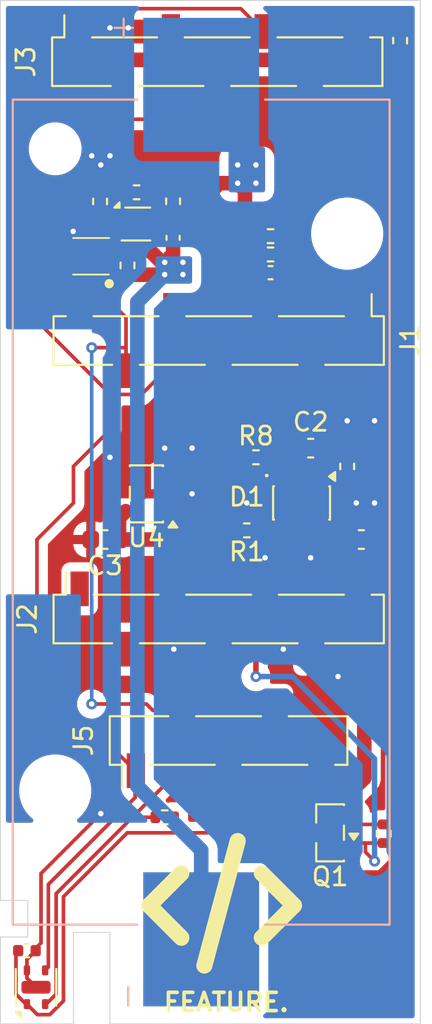
<source format=kicad_pcb>
(kicad_pcb (version 20241229) (generator "pcbnew") (generator_version "9.0")
  (layers (0 "F.Cu" signal) (2 "B.Cu" signal) (13 "F.Paste" user) (15 "B.Paste" user) (5 "F.SilkS" user "F.Silkscreen") (7 "B.SilkS" user "B.Silkscreen") (1 "F.Mask" user) (3 "B.Mask" user) (25 "Edge.Cuts" user))
  (net 0 "")
  (net 1 "GND")
  (net 2 "Net-(J1-Pin_2)")
  (net 3 "Net-(J1-Pin_7)")
  (net 4 "SCL")
  (net 5 "Net-(J1-Pin_4)")
  (net 6 "Net-(J1-Pin_1)")
  (net 7 "SDA")
  (net 8 "BATT_SENSE")
  (net 9 "Net-(J2-Pin_4)")
  (net 10 "Net-(J2-Pin_1)")
  (net 11 "Net-(J2-Pin_2)")
  (net 12 "Net-(J2-Pin_3)")
  (net 14 "VUSB")
  (net 15 "3V3")
  (net 16 "Net-(U5-BAT)")
  (net 17 "Net-(D1-K)")
  (net 18 "3V_SW")
  (net 19 "Net-(U2-ISET)")
  (net 20 "Net-(U2-TS)")
  (net 21 "Net-(U5-V-)")
  (net 22 "Net-(D1-A)")
  (net 23 "Net-(U5-Dout)")
  (net 24 "Net-(U5-Cout)")
  (net 26 "MOSFET_DRAIN")
  (net 27 "BAT+")
  (net 28 "BAT-")
  (footprint "Library:LED_0402_1005Metric" (layer "F.Cu") (at 137.5 81.5 180)
    (property "Reference" "D1" (at 0 -1.17 0) (layer "F.SilkS"))
    (property "Value" "LED")
    (pad "1" smd roundrect (at -0.485 0 180) (size 0.59 0.64) (layers "F.Cu" "F.Mask" "F.Paste") (net 17 "Net-(D1-K)"))
    (pad "2" smd roundrect (at 0.485 0 180) (size 0.59 0.64) (layers "F.Cu" "F.Mask" "F.Paste") (net 22 "Net-(D1-A)"))
  )
  (footprint "Library:R_0402_1005Metric" (layer "F.Cu") (at 133.46 66.49 90)
    (property "Reference" "R4" (hide yes))
    (property "Value" "330" (hide yes))
    (pad "1" smd roundrect (at -0.51 0 90) (size 0.54 0.64) (layers "F.Cu" "F.Mask" "F.Paste") (net 16 "Net-(U5-BAT)"))
    (pad "2" smd roundrect (at 0.51 0 90) (size 0.54 0.64) (layers "F.Cu" "F.Mask" "F.Paste") (net 27 "BAT+"))
  )
  (footprint "Library:PinSocket_1x07_P2.54mm_Vertical_SMD_Pin1Right" (layer "F.Cu") (at 135.96 89.35 90)
    (property "Reference" "J2" (at 0 -10.49 90) (layer "F.SilkS"))
    (property "Value" "Lower MCU Socket")
    (pad "1" smd rect (at 1.65 -7.62 90) (size 1.9 1) (layers "F.Cu" "F.Mask" "F.Paste") (net 10 "Net-(J2-Pin_1)"))
    (pad "2" smd rect (at -1.65 -5.08 90) (size 1.9 1) (layers "F.Cu" "F.Mask" "F.Paste") (net 11 "Net-(J2-Pin_2)"))
    (pad "3" smd rect (at 1.65 -2.54 90) (size 1.9 1) (layers "F.Cu" "F.Mask" "F.Paste") (net 12 "Net-(J2-Pin_3)"))
    (pad "4" smd rect (at -1.65 0 90) (size 1.9 1) (layers "F.Cu" "F.Mask" "F.Paste") (net 9 "Net-(J2-Pin_4)"))
    (pad "5" smd rect (at 1.65 2.54 90) (size 1.9 1) (layers "F.Cu" "F.Mask" "F.Paste") (net 15 "3V3"))
    (pad "6" smd rect (at -1.65 5.08 90) (size 1.9 1) (layers "F.Cu" "F.Mask" "F.Paste") (net 1 "GND"))
    (pad "7" smd rect (at 1.65 7.62 90) (size 1.9 1) (layers "F.Cu" "F.Mask" "F.Paste") (net 14 "VUSB"))
  )
  (footprint "Library:SOT-23-6" (layer "F.Cu") (at 140.5 83 -90)
    (property "Reference" "U2" (hide yes))
    (property "Value" "BQ21040DBV")
    (pad "1" smd roundrect (at -1.1375 -0.95 270) (size 1.325 0.6) (layers "F.Cu" "F.Mask" "F.Paste") (net 20 "Net-(U2-TS)"))
    (pad "2" smd roundrect (at -1.1375 0 270) (size 1.325 0.6) (layers "F.Cu" "F.Mask" "F.Paste") (net 27 "BAT+"))
    (pad "3" smd roundrect (at -1.1375 0.95 270) (size 1.325 0.6) (layers "F.Cu" "F.Mask" "F.Paste") (net 17 "Net-(D1-K)"))
    (pad "4" smd roundrect (at 1.1375 0.95 270) (size 1.325 0.6) (layers "F.Cu" "F.Mask" "F.Paste") (net 19 "Net-(U2-ISET)"))
    (pad "5" smd roundrect (at 1.1375 0 270) (size 1.325 0.6) (layers "F.Cu" "F.Mask" "F.Paste") (net 1 "GND"))
    (pad "6" smd roundrect (at 1.1375 -0.95 270) (size 1.325 0.6) (layers "F.Cu" "F.Mask" "F.Paste") (net 14 "VUSB"))
  )
  (footprint "Library:WSON-6_1.5x1.5mm_P0.5mm" (layer "F.Cu") (at 131.425 67.735)
    (property "Reference" "U5" (hide yes))
    (property "Value" "BQ29700" (hide yes))
    (pad "1" smd roundrect (at -0.525 -0.5 270) (size 0.28 0.85) (layers "F.Cu" "F.Mask" "F.Paste"))
    (pad "2" smd roundrect (at -0.575 0 270) (size 0.28 0.75) (layers "F.Cu" "F.Mask" "F.Paste") (net 24 "Net-(U5-Cout)"))
    (pad "3" smd roundrect (at -0.575 0.5 270) (size 0.28 0.75) (layers "F.Cu" "F.Mask" "F.Paste") (net 23 "Net-(U5-Dout)"))
    (pad "4" smd roundrect (at 0.575 0.5 270) (size 0.28 0.75) (layers "F.Cu" "F.Mask" "F.Paste") (net 28 "BAT-"))
    (pad "5" smd roundrect (at 0.575 0 270) (size 0.28 0.75) (layers "F.Cu" "F.Mask" "F.Paste") (net 16 "Net-(U5-BAT)"))
    (pad "6" smd roundrect (at 0.575 -0.5 270) (size 0.28 0.75) (layers "F.Cu" "F.Mask" "F.Paste") (net 21 "Net-(U5-V-)"))
  )
  (footprint "Library:R_0402_1005Metric" (layer "F.Cu") (at 130.96 70 90)
    (property "Reference" "R6" (hide yes))
    (property "Value" "5.1M" (hide yes))
    (pad "1" smd roundrect (at -0.51 0 90) (size 0.54 0.64) (layers "F.Cu" "F.Mask" "F.Paste") (net 28 "BAT-"))
    (pad "2" smd roundrect (at 0.51 0 90) (size 0.54 0.64) (layers "F.Cu" "F.Mask" "F.Paste") (net 23 "Net-(U5-Dout)"))
  )
  (footprint "Library:C_0603_1608Metric" (layer "F.Cu") (at 141 80)
    (property "Reference" "C2" (at 0 -1.43 0) (layer "F.SilkS"))
    (property "Value" "2.2uF@16v")
    (pad "1" smd roundrect (at -0.775 0) (size 0.9 0.95) (layers "F.Cu" "F.Mask" "F.Paste") (net 27 "BAT+"))
    (pad "2" smd roundrect (at 0.775 0) (size 0.9 0.95) (layers "F.Cu" "F.Mask" "F.Paste") (net 1 "GND"))
  )
  (footprint "Library:R_0402_1005Metric" (layer "F.Cu") (at 131.46 66 180)
    (property "Reference" "R3" (hide yes))
    (property "Value" "2.2k" (hide yes))
    (pad "1" smd roundrect (at -0.51 0 180) (size 0.54 0.64) (layers "F.Cu" "F.Mask" "F.Paste") (net 21 "Net-(U5-V-)"))
    (pad "2" smd roundrect (at 0.51 0 180) (size 0.54 0.64) (layers "F.Cu" "F.Mask" "F.Paste") (net 1 "GND"))
  )
  (footprint "Library:SOT-23" (layer "F.Cu") (at 142.0625 101.05 180)
    (property "Reference" "Q1" (at 0 -2.4 0) (layer "F.SilkS"))
    (property "Value" "AO3401A" (hide yes))
    (pad "1" smd roundrect (at -0.9375 -0.95 180) (size 1.475 0.6) (layers "F.Cu" "F.Mask" "F.Paste") (net 9 "Net-(J2-Pin_4)"))
    (pad "2" smd roundrect (at -0.9375 0.95 180) (size 1.475 0.6) (layers "F.Cu" "F.Mask" "F.Paste") (net 15 "3V3"))
    (pad "3" smd roundrect (at 0.9375 0 180) (size 1.475 0.6) (layers "F.Cu" "F.Mask" "F.Paste") (net 18 "3V_SW"))
  )
  (footprint "Library:C_0402_1005Metric" (layer "F.Cu") (at 125.45 107.5)
    (property "Reference" "C5" (hide yes))
    (property "Value" "100nF@16v" (hide yes))
    (pad "1" smd roundrect (at -0.48 0) (size 0.56 0.62) (layers "F.Cu" "F.Mask" "F.Paste") (net 18 "3V_SW"))
    (pad "2" smd roundrect (at 0.48 0) (size 0.56 0.62) (layers "F.Cu" "F.Mask" "F.Paste") (net 1 "GND"))
  )
  (footprint "Library:R_0402_1005Metric" (layer "F.Cu") (at 138.8 69.4)
    (property "Reference" "R12" (hide yes))
    (property "Value" "5.1M" (hide yes))
    (pad "1" smd roundrect (at -0.51 0) (size 0.54 0.64) (layers "F.Cu" "F.Mask" "F.Paste") (net 27 "BAT+"))
    (pad "2" smd roundrect (at 0.51 0) (size 0.54 0.64) (layers "F.Cu" "F.Mask" "F.Paste") (net 8 "BATT_SENSE"))
  )
  (footprint "Library:PinSocket_1x05_P2.54mm_Vertical_SMD_Pin1Left" (layer "F.Cu") (at 136.5 96 90)
    (property "Reference" "J5" (at 0 -7.95 90) (layer "F.SilkS"))
    (property "Value" "5-pin Socket")
    (pad "1" smd rect (at -1.65 -5.08 90) (size 1.9 1) (layers "F.Cu" "F.Mask" "F.Paste") (net 7 "SDA"))
    (pad "2" smd rect (at 1.65 -2.54 90) (size 1.9 1) (layers "F.Cu" "F.Mask" "F.Paste") (net 4 "SCL"))
    (pad "3" smd rect (at -1.65 0 90) (size 1.9 1) (layers "F.Cu" "F.Mask" "F.Paste") (net 1 "GND"))
    (pad "4" smd rect (at 1.65 2.54 90) (size 1.9 1) (layers "F.Cu" "F.Mask" "F.Paste"))
    (pad "5" smd rect (at -1.65 5.08 90) (size 1.9 1) (layers "F.Cu" "F.Mask" "F.Paste") (net 18 "3V_SW"))
  )
  (footprint "Library:PinSocket_1x07_P2.54mm_Vertical_SMD_Pin1Right" (layer "F.Cu") (at 135.88 58.85 90)
    (property "Reference" "J3" (at 0 -10.49 90) (layer "F.SilkS"))
    (property "Value" "Sensor Socket" (hide yes))
    (pad "1" smd rect (at 1.65 -7.62 90) (size 1.9 1) (layers "F.Cu" "F.Mask" "F.Paste") (net 18 "3V_SW"))
    (pad "2" smd rect (at -1.65 -5.08 90) (size 1.9 1) (layers "F.Cu" "F.Mask" "F.Paste"))
    (pad "3" smd rect (at 1.65 -2.54 90) (size 1.9 1) (layers "F.Cu" "F.Mask" "F.Paste") (net 1 "GND"))
    (pad "4" smd rect (at -1.65 0 90) (size 1.9 1) (layers "F.Cu" "F.Mask" "F.Paste") (net 4 "SCL"))
    (pad "5" smd rect (at 1.65 2.54 90) (size 1.9 1) (layers "F.Cu" "F.Mask" "F.Paste") (net 7 "SDA"))
    (pad "6" smd rect (at -1.65 5.08 90) (size 1.9 1) (layers "F.Cu" "F.Mask" "F.Paste"))
    (pad "7" smd rect (at 1.65 7.62 90) (size 1.9 1) (layers "F.Cu" "F.Mask" "F.Paste"))
  )
  (footprint "Library:R_0402_1005Metric" (layer "F.Cu") (at 138 80.5)
    (property "Reference" "R8" (at 0 -1.17 0) (layer "F.SilkS"))
    (property "Value" "2.2k")
    (pad "1" smd roundrect (at -0.51 0) (size 0.54 0.64) (layers "F.Cu" "F.Mask" "F.Paste") (net 22 "Net-(D1-A)"))
    (pad "2" smd roundrect (at 0.51 0) (size 0.54 0.64) (layers "F.Cu" "F.Mask" "F.Paste") (net 27 "BAT+"))
  )
  (footprint "Library:C_0402_1005Metric" (layer "F.Cu") (at 133.46 68.49 -90)
    (property "Reference" "C4" (hide yes))
    (property "Value" "100nF@16v" (hide yes))
    (pad "1" smd roundrect (at -0.48 0 270) (size 0.56 0.62) (layers "F.Cu" "F.Mask" "F.Paste") (net 16 "Net-(U5-BAT)"))
    (pad "2" smd roundrect (at 0.48 0 270) (size 0.56 0.62) (layers "F.Cu" "F.Mask" "F.Paste") (net 28 "BAT-"))
  )
  (footprint "Library:R_0402_1005Metric" (layer "F.Cu") (at 145 101.1 90)
    (property "Reference" "R7" (hide yes))
    (property "Value" "100k")
    (pad "1" smd roundrect (at -0.51 0 90) (size 0.54 0.64) (layers "F.Cu" "F.Mask" "F.Paste") (net 9 "Net-(J2-Pin_4)"))
    (pad "2" smd roundrect (at 0.51 0 90) (size 0.54 0.64) (layers "F.Cu" "F.Mask" "F.Paste") (net 15 "3V3"))
  )
  (footprint "Library:PinSocket_1x07_P2.54mm_Vertical_SMD_Pin1Left" (layer "F.Cu") (at 135.96 74.11 -90)
    (property "Reference" "J1" (at 0 -10.49 90) (layer "F.SilkS"))
    (property "Value" "Upper MCU Socket")
    (pad "1" smd rect (at -1.65 -7.62 270) (size 1.9 1) (layers "F.Cu" "F.Mask" "F.Paste") (net 6 "Net-(J1-Pin_1)"))
    (pad "2" smd rect (at 1.65 -5.08 270) (size 1.9 1) (layers "F.Cu" "F.Mask" "F.Paste") (net 2 "Net-(J1-Pin_2)"))
    (pad "3" smd rect (at -1.65 -2.54 270) (size 1.9 1) (layers "F.Cu" "F.Mask" "F.Paste") (net 8 "BATT_SENSE"))
    (pad "4" smd rect (at 1.65 0 270) (size 1.9 1) (layers "F.Cu" "F.Mask" "F.Paste") (net 5 "Net-(J1-Pin_4)"))
    (pad "5" smd rect (at -1.65 2.54 270) (size 1.9 1) (layers "F.Cu" "F.Mask" "F.Paste") (net 7 "SDA"))
    (pad "6" smd rect (at 1.65 5.08 270) (size 1.9 1) (layers "F.Cu" "F.Mask" "F.Paste") (net 4 "SCL"))
    (pad "7" smd rect (at -1.65 7.62 270) (size 1.9 1) (layers "F.Cu" "F.Mask" "F.Paste") (net 3 "Net-(J1-Pin_7)"))
  )
  (footprint "Library:C_0603_1608Metric" (layer "F.Cu") (at 143.775 85)
    (property "Reference" "C1" (hide yes))
    (property "Value" "2.2uF@16v")
    (pad "1" smd roundrect (at -0.775 0) (size 0.9 0.95) (layers "F.Cu" "F.Mask" "F.Paste") (net 14 "VUSB"))
    (pad "2" smd roundrect (at 0.775 0) (size 0.9 0.95) (layers "F.Cu" "F.Mask" "F.Paste") (net 1 "GND"))
  )
  (footprint "Library:C_0402_1005Metric" (layer "F.Cu") (at 138.8 70.4)
    (property "Reference" "C6" (hide yes))
    (property "Value" "100nF@16v" (hide yes))
    (pad "1" smd roundrect (at -0.48 0) (size 0.56 0.62) (layers "F.Cu" "F.Mask" "F.Paste") (net 8 "BATT_SENSE"))
    (pad "2" smd roundrect (at 0.48 0) (size 0.56 0.62) (layers "F.Cu" "F.Mask" "F.Paste") (net 1 "GND"))
  )
  (footprint "Library:C_0603_1608Metric" (layer "F.Cu") (at 129.725 85 180)
    (property "Reference" "C3" (at 0 -1.43 0) (layer "F.SilkS"))
    (property "Value" "2.2uF@16v")
    (pad "1" smd roundrect (at -0.775 0 180) (size 0.9 0.95) (layers "F.Cu" "F.Mask" "F.Paste") (net 15 "3V3"))
    (pad "2" smd roundrect (at 0.775 0 180) (size 0.9 0.95) (layers "F.Cu" "F.Mask" "F.Paste") (net 1 "GND"))
  )
  (footprint "Library:CSD85301Q2" (layer "F.Cu") (at 128.96 69.5 180)
    (property "Reference" "U6" (hide yes))
    (property "Value" "CSD85301Q2" (hide yes))
    (pad "1" smd rect (at -0.975 -0.65 180) (size 0.45 0.3) (layers "F.Cu" "F.Mask" "F.Paste") (net 28 "BAT-"))
    (pad "2" smd rect (at -0.975 0 180) (size 0.45 0.3) (layers "F.Cu" "F.Mask" "F.Paste") (net 23 "Net-(U5-Dout)"))
    (pad "3" smd rect (at -0.975 0.65 180) (size 0.45 0.3) (layers "F.Cu" "F.Mask" "F.Paste") (net 26 "MOSFET_DRAIN"))
    (pad "4" smd rect (at 0.975 0.65 180) (size 0.45 0.3) (layers "F.Cu" "F.Mask" "F.Paste") (net 1 "GND"))
    (pad "5" smd rect (at 0.975 0 180) (size 0.45 0.3) (layers "F.Cu" "F.Mask" "F.Paste") (net 24 "Net-(U5-Cout)"))
    (pad "6" smd rect (at 0.975 -0.65 180) (size 0.45 0.3) (layers "F.Cu" "F.Mask" "F.Paste") (net 26 "MOSFET_DRAIN"))
    (pad "7" smd rect (at 0 -0.488 180) (size 0.9 0.625) (layers "F.Cu" "F.Mask" "F.Paste") (net 26 "MOSFET_DRAIN"))
    (pad "8" smd rect (at 0 0.488 180) (size 0.9 0.625) (layers "F.Cu" "F.Mask" "F.Paste") (net 26 "MOSFET_DRAIN"))
  )
  (footprint "Library:R_0402_1005Metric" (layer "F.Cu") (at 138.8 68.4)
    (property "Reference" "R11" (hide yes))
    (property "Value" "5.1M" (hide yes))
    (pad "1" smd roundrect (at -0.51 0) (size 0.54 0.64) (layers "F.Cu" "F.Mask" "F.Paste") (net 8 "BATT_SENSE"))
    (pad "2" smd roundrect (at 0.51 0) (size 0.54 0.64) (layers "F.Cu" "F.Mask" "F.Paste") (net 1 "GND"))
  )
  (footprint "Library:R_0402_1005Metric" (layer "F.Cu") (at 133 100.2)
    (property "Reference" "R9" (hide yes))
    (property "Value" "10k" (hide yes))
    (pad "1" smd roundrect (at -0.51 0) (size 0.54 0.64) (layers "F.Cu" "F.Mask" "F.Paste") (net 4 "SCL"))
    (pad "2" smd roundrect (at 0.51 0) (size 0.54 0.64) (layers "F.Cu" "F.Mask" "F.Paste") (net 18 "3V_SW"))
  )
  (footprint "Library:SOT-23-5" (layer "F.Cu") (at 132 82.5 180)
    (property "Reference" "U4" (at 0 -2.4 0) (layer "F.SilkS"))
    (property "Value" "TPS7A0533PDBV")
    (pad "1" smd roundrect (at -1.1375 -0.95 180) (size 1.325 0.6) (layers "F.Cu" "F.Mask" "F.Paste") (net 27 "BAT+"))
    (pad "2" smd roundrect (at -1.1375 0 180) (size 1.325 0.6) (layers "F.Cu" "F.Mask" "F.Paste") (net 1 "GND"))
    (pad "3" smd roundrect (at -1.1375 0.95 180) (size 1.325 0.6) (layers "F.Cu" "F.Mask" "F.Paste") (net 27 "BAT+"))
    (pad "4" smd roundrect (at 1.1375 0.95 180) (size 1.325 0.6) (layers "F.Cu" "F.Mask" "F.Paste") (net 1 "GND"))
    (pad "5" smd roundrect (at 1.1375 -0.95 180) (size 1.325 0.6) (layers "F.Cu" "F.Mask" "F.Paste") (net 15 "3V3"))
  )
  (footprint "Library:R_0402_1005Metric" (layer "F.Cu") (at 137.5 84.5 180)
    (property "Reference" "R1" (at 0 -1.17 0) (layer "F.SilkS"))
    (property "Value" "1.2k")
    (pad "1" smd roundrect (at -0.51 0 180) (size 0.54 0.64) (layers "F.Cu" "F.Mask" "F.Paste") (net 19 "Net-(U2-ISET)"))
    (pad "2" smd roundrect (at 0.51 0 180) (size 0.54 0.64) (layers "F.Cu" "F.Mask" "F.Paste") (net 1 "GND"))
  )
  (footprint "Library:Sensirion_DFN-4-1EP_2x2mm_P1mm_EP0.7x1.6mm" (layer "F.Cu") (at 125.95 109.5 90)
    (property "Reference" "U7" (hide yes))
    (property "Value" "SHTC3" (hide yes))
    (pad "1" smd roundrect (at -0.925 -0.5 90) (size 0.55 0.35) (layers "F.Cu" "F.Mask") (net 18 "3V_SW"))
    (pad "2" smd roundrect (at -0.925 0.5 90) (size 0.55 0.35) (layers "F.Cu" "F.Mask") (net 4 "SCL"))
    (pad "3" smd roundrect (at 0.925 0.5 90) (size 0.55 0.35) (layers "F.Cu" "F.Mask") (net 7 "SDA"))
    (pad "4" smd roundrect (at 0.925 -0.5 90) (size 0.55 0.35) (layers "F.Cu" "F.Mask") (net 1 "GND"))
    (pad "5" smd roundrect (at 0 0 90) (size 0.7 1.6) (layers "F.Cu" "F.Mask") (net 1 "GND"))
  )
  (footprint "Library:R_0402_1005Metric" (layer "F.Cu") (at 129.46 66.5 90)
    (property "Reference" "R5" (hide yes))
    (property "Value" "5.1M" (hide yes))
    (pad "1" smd roundrect (at -0.51 0 90) (size 0.54 0.64) (layers "F.Cu" "F.Mask" "F.Paste") (net 24 "Net-(U5-Cout)"))
    (pad "2" smd roundrect (at 0.51 0 90) (size 0.54 0.64) (layers "F.Cu" "F.Mask" "F.Paste") (net 1 "GND"))
  )
  (footprint "Library:R_0402_1005Metric" (layer "F.Cu") (at 145.9 57.7 -90)
    (property "Reference" "R10" (hide yes))
    (property "Value" "10k" (hide yes))
    (pad "1" smd roundrect (at -0.51 0 270) (size 0.54 0.64) (layers "F.Cu" "F.Mask" "F.Paste") (net 7 "SDA"))
    (pad "2" smd roundrect (at 0.51 0 270) (size 0.54 0.64) (layers "F.Cu" "F.Mask" "F.Paste") (net 18 "3V_SW"))
  )
  (footprint "Library:R_0402_1005Metric" (layer "F.Cu") (at 143 81 90)
    (property "Reference" "R2" (hide yes))
    (property "Value" "10k")
    (pad "1" smd roundrect (at -0.51 0 90) (size 0.54 0.64) (layers "F.Cu" "F.Mask" "F.Paste") (net 20 "Net-(U2-TS)"))
    (pad "2" smd roundrect (at 0.51 0 90) (size 0.54 0.64) (layers "F.Cu" "F.Mask" "F.Paste") (net 1 "GND"))
  )
  (footprint "Library:BAT_1096" (layer "B.Cu") (at 135 83.5 90)
    (property "Reference" "BT1" (hide yes))
    (property "Value" "1096" (hide yes))
    (pad "" np_thru_hole circle (at -15.24 -8 90) (size 3.45 3.45) (drill 3.45) (layers "*.Cu" "*.Mask"))
    (pad "" np_thru_hole circle (at 15.24 8 90) (size 3.45 3.45) (drill 3.45) (layers "*.Cu" "*.Mask"))
    (pad "" np_thru_hole circle (at 19.88 -8 90) (size 2.39 2.39) (drill 2.39) (layers "*.Cu" "*.Mask"))
    (pad "N" smd rect (at -23.38 0 90) (size 7.34 6.35) (layers "B.Cu" "B.Mask" "B.Paste") (net 28 "BAT-"))
    (pad "P" smd rect (at 23.38 0 90) (size 7.34 6.35) (layers "B.Cu" "B.Mask" "B.Paste") (net 27 "BAT+"))
  )
  (gr_line (start 140.086805 105.027777) (end 138.322916 106.791666) (stroke (width 0.881944)) (layer "F.SilkS"))
  (gr_line (start 138.322916 103.263888) (end 140.086805 105.027777) (stroke (width 0.881944)) (layer "F.SilkS"))
  (gr_line (start 132.149306 105.027777) (end 133.913194 106.791666) (stroke (width 0.881944)) (layer "F.SilkS"))
  (gr_line (start 137 101.5) (end 135.17389 108.315136) (stroke (width 0.881944)) (layer "F.SilkS"))
  (gr_line (start 133.913194 103.263888) (end 132.149306 105.027777) (stroke (width 0.881944)) (layer "F.SilkS"))
  (gr_line (start 125.5 106.75) (end 125.5 104.75) (stroke (width 0.05)) (layer "Edge.Cuts"))
  (gr_line (start 124 104.75) (end 124 55.5) (stroke (width 0.05)) (layer "Edge.Cuts"))
  (gr_line (start 147 94) (end 147 111.5) (stroke (width 0.05)) (layer "Edge.Cuts"))
  (gr_line (start 125.5 104.75) (end 124 104.75) (stroke (width 0.05)) (layer "Edge.Cuts"))
  (gr_line (start 147 55.5) (end 146 55.5) (stroke (width 0.05)) (layer "Edge.Cuts"))
  (gr_line (start 128 106.5) (end 129 106.5) (stroke (width 0.05)) (layer "Edge.Cuts"))
  (gr_line (start 124 111.5) (end 124 107) (stroke (width 0.05)) (layer "Edge.Cuts"))
  (gr_line (start 124 55.5) (end 146 55.5) (stroke (width 0.05)) (layer "Edge.Cuts"))
  (gr_line (start 147 111.5) (end 146 111.5) (stroke (width 0.05)) (layer "Edge.Cuts"))
  (gr_line (start 128 106.5) (end 128 111.5) (stroke (width 0.05)) (layer "Edge.Cuts"))
  (gr_line (start 130 106.5) (end 130 111.5) (stroke (width 0.05)) (layer "Edge.Cuts"))
  (gr_line (start 129 106.5) (end 130 106.5) (stroke (width 0.05)) (layer "Edge.Cuts"))
  (gr_line (start 128 111.5) (end 124 111.5) (stroke (width 0.05)) (layer "Edge.Cuts"))
  (gr_line (start 147 94) (end 147 55.5) (stroke (width 0.05)) (layer "Edge.Cuts"))
  (gr_line (start 124 106.75) (end 125.5 106.75) (stroke (width 0.05)) (layer "Edge.Cuts"))
  (gr_line (start 124 107) (end 124 106.75) (stroke (width 0.05)) (layer "Edge.Cuts"))
  (gr_line (start 130 111.5) (end 146 111.5) (stroke (width 0.05)) (layer "Edge.Cuts"))
  (gr_text "FEATURE." (at 132.834908 110.911953 0) (layer "F.SilkS") (effects (font (size 1 1) (thickness 0.2) (bold yes)) (justify left bottom)))
  (segment (start 140.5 84.1375) (end 140.5 83.475001) (width 0.5) (layer "F.Cu") (net 1))
  (segment (start 126.223999 103.276001) (end 129.5 100) (width 0.2) (layer "F.Cu") (net 1))
  (segment (start 133.1375 82.5) (end 134.5 82.5) (width 0.5) (layer "F.Cu") (net 1))
  (segment (start 140.5 85.5) (end 141 86) (width 0.5) (layer "F.Cu") (net 1))
  (segment (start 142.51 80) (end 143 80.49) (width 0.8) (layer "F.Cu") (net 1))
  (segment (start 126.223999 107.076001) (end 126.223999 103.276001) (width 0.2) (layer "F.Cu") (net 1))
  (segment (start 133.1375 82.5) (end 132 82.5) (width 0.5) (layer "F.Cu") (net 1))
  (segment (start 140.024999 83) (end 138.5 83) (width 0.5) (layer "F.Cu") (net 1))
  (segment (start 141.775 80) (end 141.775 78.775) (width 0.8) (layer "F.Cu") (net 1))
  (segment (start 125.45 108.575) (end 125.45 107.98) (width 0.2) (layer "F.Cu") (net 1))
  (segment (start 140.5 83.475001) (end 140.975001 83) (width 0.5) (layer "F.Cu") (net 1))
  (segment (start 125.93 107.5) (end 125.93 107.37) (width 0.2) (layer "F.Cu") (net 1))
  (segment (start 132 82.5) (end 130 82.5) (width 0.5) (layer "F.Cu") (net 1))
  (segment (start 127.985 68.136) (end 128 68.136) (width 0.2) (layer "F.Cu") (net 1))
  (segment (start 139.21 70.42) (end 139.29 70.5) (width 0.2) (layer "F.Cu") (net 1))
  (segment (start 125.93 107.37) (end 126.223999 107.076001) (width 0.2) (layer "F.Cu") (net 1))
  (segment (start 125.45 109) (end 125.95 109.5) (width 0.2) (layer "F.Cu") (net 1))
  (segment (start 144.55 85) (end 144.55 83.05) (width 0.8) (layer "F.Cu") (net 1))
  (segment (start 125.45 108.575) (end 125.45 109) (width 0.2) (layer "F.Cu") (net 1))
  (segment (start 132 82.5) (end 132 80.5) (width 0.5) (layer "F.Cu") (net 1))
  (segment (start 140.5 84.1375) (end 140.5 85.5) (width 0.5) (layer "F.Cu") (net 1))
  (segment (start 141.775 80) (end 142.51 80) (width 0.8) (layer "F.Cu") (net 1))
  (segment (start 141.775 78.775) (end 141.5 78.5) (width 0.8) (layer "F.Cu") (net 1))
  (segment (start 127.985 68.85) (end 127.985 68.136) (width 0.5) (layer "F.Cu") (net 1))
  (segment (start 142.476 83.024) (end 142.5 83) (width 0.5) (layer "F.Cu") (net 1))
  (segment (start 138.5 83) (end 138.524 83.024) (width 0.5) (layer "F.Cu") (net 1))
  (segment (start 138.524 83.024) (end 142.476 83.024) (width 0.5) (layer "F.Cu") (net 1))
  (segment (start 125.45 107.98) (end 125.93 107.5) (width 0.2) (layer "F.Cu") (net 1))
  (segment (start 144.55 83.05) (end 144.5 83) (width 0.8) (layer "F.Cu") (net 1))
  (segment (start 140.975001 83) (end 142.5 83) (width 0.5) (layer "F.Cu") (net 1))
  (segment (start 140.5 83.475001) (end 140.024999 83) (width 0.5) (layer "F.Cu") (net 1))
  (via (at 143 78.5) (size 0.6) (drill 0.3) (layers "F.Cu" "B.Cu") (net 1))
  (via (at 131 57) (size 0.6) (drill 0.3) (layers "F.Cu" "B.Cu") (net 1))
  (via (at 142.5 92.5) (size 0.6) (drill 0.3) (layers "F.Cu" "B.Cu") (net 1))
  (via (at 143.5 83) (size 0.6) (drill 0.3) (layers "F.Cu" "B.Cu") (net 1))
  (via (at 133 80) (size 0.6) (drill 0.3) (layers "F.Cu" "B.Cu") (net 1))
  (via (at 130 64) (size 0.6) (drill 0.3) (layers "F.Cu" "B.Cu") (net 1))
  (via (at 144.5 78.5) (size 0.6) (drill 0.3) (layers "F.Cu" "B.Cu") (net 1))
  (via (at 130 80.5) (size 0.6) (drill 0.3) (layers "F.Cu" "B.Cu") (net 1))
  (via (at 130 57) (size 0.6) (drill 0.3) (layers "F.Cu" "B.Cu") (net 1))
  (via (at 133.5 91) (size 0.6) (drill 0.3) (layers "F.Cu" "B.Cu") (net 1))
  (via (at 144.5 83) (size 0.6) (drill 0.3) (layers "F.Cu" "B.Cu") (net 1))
  (via (at 139.5 91) (size 0.6) (drill 0.3) (layers "F.Cu" "B.Cu") (net 1))
  (via (at 129 64) (size 0.6) (drill 0.3) (layers "F.Cu" "B.Cu") (net 1))
  (via (at 129.5 100) (size 0.6) (drill 0.3) (layers "F.Cu" "B.Cu") (net 1))
  (via (at 129.5 64.5) (size 0.6) (drill 0.3) (layers "F.Cu" "B.Cu") (net 1))
  (via (at 127.985 68.136) (size 0.6) (drill 0.3) (layers "F.Cu" "B.Cu") (net 1))
  (via (at 138.5 86) (size 0.6) (drill 0.3) (layers "F.Cu" "B.Cu") (net 1))
  (via (at 137.5 83) (size 0.6) (drill 0.3) (layers "F.Cu" "B.Cu") (net 1))
  (via (at 134.5 80) (size 0.6) (drill 0.3) (layers "F.Cu" "B.Cu") (net 1))
  (via (at 134.5 82.5) (size 0.6) (drill 0.3) (layers "F.Cu" "B.Cu") (net 1))
  (via (at 141 86) (size 0.6) (drill 0.3) (layers "F.Cu" "B.Cu") (net 1))
  (segment (start 126.933 67.090909) (end 126.933 70.175) (width 0.2) (layer "F.Cu") (net 4))
  (segment (start 125.404 62.958915) (end 126.362915 62) (width 0.2) (layer "F.Cu") (net 4))
  (segment (start 132.96645 98.46645) (end 133.92 97.5129) (width 0.2) (layer "F.Cu") (net 4))
  (segment (start 130.88 72.848) (end 130.88 74.5) (width 0.2) (layer "F.Cu") (net 4))
  (segment (start 130.88 74.5) (end 130.88 75.76) (width 0.2) (layer "F.Cu") (net 4))
  (segment (start 132 94) (end 129 94) (width 0.2) (layer "F.Cu") (net 4))
  (segment (start 125.404 65.561909) (end 126.933 67.090909) (width 0.2) (layer "F.Cu") (net 4))
  (segment (start 132.49 100.2) (end 131.3 100.2) (width 0.2) (layer "F.Cu") (net 4))
  (segment (start 131.3 100.2) (end 131.26645 100.16645) (width 0.2) (layer "F.Cu") (net 4))
  (segment (start 126.45 110.425) (end 126.503014 110.425) (width 0.2) (layer "F.Cu") (net 4))
  (segment (start 125.404 62.958915) (end 125.404 65.561909) (width 0.2) (layer "F.Cu") (net 4))
  (segment (start 128.6835 70.6515) (end 130.88 72.848) (width 0.2) (layer "F.Cu") (net 4))
  (segment (start 127.051 109.877014) (end 127.051 104.3819) (width 0.2) (layer "F.Cu") (net 4))
  (segment (start 126.933 70.175) (end 127.4095 70.6515) (width 0.2) (layer "F.Cu") (net 4))
  (segment (start 126.503014 110.425) (end 127.051 109.877014) (width 0.2) (layer "F.Cu") (net 4))
  (segment (start 129.5 74.5) (end 129 74.5) (width 0.2) (layer "F.Cu") (net 4))
  (segment (start 130.88 74.5) (end 129.5 74.5) (width 0.2) (layer "F.Cu") (net 4))
  (segment (start 127.051 104.3819) (end 131.26645 100.16645) (width 0.2) (layer "F.Cu") (net 4))
  (segment (start 133.92 97.5129) (end 133.92 94.35) (width 0.2) (layer "F.Cu") (net 4))
  (segment (start 131.26645 100.16645) (end 132.96645 98.46645) (width 0.2) (layer "F.Cu") (net 4))
  (segment (start 132.35 94.35) (end 132 94) (width 0.2) (layer "F.Cu") (net 4))
  (segment (start 134.38 62) (end 135.88 60.5) (width 0.2) (layer "F.Cu") (net 4))
  (segment (start 126.362915 62) (end 134.38 62) (width 0.2) (layer "F.Cu") (net 4))
  (segment (start 133.92 94.35) (end 132.35 94.35) (width 0.2) (layer "F.Cu") (net 4))
  (segment (start 127.4095 70.6515) (end 128.6835 70.6515) (width 0.2) (layer "F.Cu") (net 4))
  (via (at 129 94) (size 0.6) (drill 0.3) (layers "F.Cu" "B.Cu") (net 4))
  (via (at 129 74.5) (size 0.6) (drill 0.3) (layers "F.Cu" "B.Cu") (net 4))
  (segment (start 129 74.5) (end 129 94) (width 0.2) (layer "B.Cu") (net 4))
  (segment (start 130.029 77.061) (end 126.432 73.464) (width 0.2) (layer "F.Cu") (net 7))
  (segment (start 131 77.061) (end 131.731 77.061) (width 0.2) (layer "F.Cu") (net 7))
  (segment (start 126.624999 108.400001) (end 126.624999 103.875001) (width 0.2) (layer "F.Cu") (net 7))
  (segment (start 124.903 65.769429) (end 124.903 58.505) (width 0.2) (layer "F.Cu") (net 7))
  (segment (start 126.624999 103.875001) (end 131.38 99.12) (width 0.2) (layer "F.Cu") (net 7))
  (segment (start 142.461 55.949) (end 141.21 57.2) (width 0.2) (layer "F.Cu") (net 7))
  (segment (start 137.169 55.949) (end 138.42 57.2) (width 0.2) (layer "F.Cu") (net 7))
  (segment (start 145.9 57.19) (end 144.659 55.949) (width 0.2) (layer "F.Cu") (net 7))
  (segment (start 128 83) (end 128 81) (width 0.2) (layer "F.Cu") (net 7))
  (segment (start 144.659 55.949) (end 142.461 55.949) (width 0.2) (layer "F.Cu") (net 7))
  (segment (start 130.029 78.971) (end 130.029 77.061) (width 0.2) (layer "F.Cu") (net 7))
  (segment (start 124.903 58.505) (end 127.459 55.949) (width 0.2) (layer "F.Cu") (net 7))
  (segment (start 126.45 108.575) (end 126.624999 108.400001) (width 0.2) (layer "F.Cu") (net 7))
  (segment (start 130.029 77.061) (end 131 77.061) (width 0.2) (layer "F.Cu") (net 7))
  (segment (start 126.432 67.29843) (end 124.903 65.769429) (width 0.2) (layer "F.Cu") (net 7))
  (segment (start 126 85) (end 128 83) (width 0.2) (layer "F.Cu") (net 7))
  (segment (start 131.38 99.12) (end 131.38 97.65) (width 0.2) (layer "F.Cu") (net 7))
  (segment (start 128 81) (end 130.029 78.971) (width 0.2) (layer "F.Cu") (net 7))
  (segment (start 126.432 73.464) (end 126.432 67.29843) (width 0.2) (layer "F.Cu") (net 7))
  (segment (start 133.42 75.372) (end 133.42 72.46) (width 0.2) (layer "F.Cu") (net 7))
  (segment (start 131.38 97.65) (end 126 92.27) (width 0.2) (layer "F.Cu") (net 7))
  (segment (start 141.21 57.2) (end 138.42 57.2) (width 0.2) (layer "F.Cu") (net 7))
  (segment (start 131.731 77.061) (end 133.42 75.372) (width 0.2) (layer "F.Cu") (net 7))
  (segment (start 126 92.27) (end 126 85) (width 0.2) (layer "F.Cu") (net 7))
  (segment (start 127.459 55.949) (end 137.169 55.949) (width 0.2) (layer "F.Cu") (net 7))
  (segment (start 138.32 72.28) (end 138.5 72.46) (width 0.2) (layer "F.Cu") (net 8))
  (segment (start 138.32 70.39) (end 139.31 69.4) (width 0.2) (layer "F.Cu") (net 8))
  (segment (start 138.5 70.58) (end 138.32 70.4) (width 0.2) (layer "F.Cu") (net 8))
  (segment (start 138.32 70.5) (end 138.32 70.49) (width 0.2) (layer "F.Cu") (net 8))
  (segment (start 138.31 68.4) (end 139.31 69.4) (width 0.2) (layer "F.Cu") (net 8))
  (segment (start 138.29 68.5) (end 138.31 68.5) (width 0.2) (layer "F.Cu") (net 8))
  (segment (start 138.5 72.46) (end 138.5 70.58) (width 0.2) (layer "F.Cu") (net 8))
  (segment (start 143.39 101.61) (end 143 102) (width 0.2) (layer "F.Cu") (net 9))
  (segment (start 145 101.61) (end 144 101.61) (width 0.2) (layer "F.Cu") (net 9))
  (segment (start 137.6125 91) (end 135.96 91) (width 0.3) (layer "F.Cu") (net 9))
  (segment (start 144.5 102.6) (end 144 102.1) (width 0.2) (layer "F.Cu") (net 9))
  (segment (start 138 91.3875) (end 137.6125 91) (width 0.3) (layer "F.Cu") (net 9))
  (segment (start 138 92.5) (end 138 91.3875) (width 0.3) (layer "F.Cu") (net 9))
  (segment (start 144 101.61) (end 143.39 101.61) (width 0.2) (layer "F.Cu") (net 9))
  (segment (start 144 102.1) (end 144 101.61) (width 0.2) (layer "F.Cu") (net 9))
  (via (at 144.5 102.6) (size 0.6) (drill 0.3) (layers "F.Cu" "B.Cu") (net 9))
  (via (at 138 92.5) (size 0.6) (drill 0.3) (layers "F.Cu" "B.Cu") (net 9))
  (segment (start 144.5 97) (end 140 92.5) (width 0.3) (layer "B.Cu") (net 9))
  (segment (start 144.5 101.5) (end 144.5 97) (width 0.3) (layer "B.Cu") (net 9))
  (segment (start 140 92.5) (end 138 92.5) (width 0.3) (layer "B.Cu") (net 9))
  (segment (start 144.5 101.5) (end 144.5 102.6) (width 0.3) (layer "B.Cu") (net 9))
  (segment (start 143 85) (end 142.3125 85) (width 0.8) (layer "F.Cu") (net 14))
  (segment (start 142.3125 85) (end 141.45 84.1375) (width 0.8) (layer "F.Cu") (net 14))
  (segment (start 143.58 87.7) (end 143 87.12) (width 0.8) (layer "F.Cu") (net 14))
  (segment (start 143 87.12) (end 143 85) (width 0.8) (layer "F.Cu") (net 14))
  (segment (start 140.392 87.7) (end 143.9375 91.2455) (width 0.8) (layer "F.Cu") (net 15))
  (segment (start 137.2 87.7) (end 138.5 87.7) (width 0.8) (layer "F.Cu") (net 15))
  (segment (start 130.5 85) (end 134.5 85) (width 0.8) (layer "F.Cu") (net 15))
  (segment (start 143 99) (end 143.9375 98.0625) (width 0.8) (layer "F.Cu") (net 15))
  (segment (start 138.5 87.7) (end 140.392 87.7) (width 0.8) (layer "F.Cu") (net 15))
  (segment (start 130.5 83.8125) (end 130.8625 83.45) (width 0.8) (layer "F.Cu") (net 15))
  (segment (start 145 100.59) (end 143.49 100.59) (width 0.2) (layer "F.Cu") (net 15))
  (segment (start 143.49 100.59) (end 143 100.1) (width 0.2) (layer "F.Cu") (net 15))
  (segment (start 143 99) (end 143 100.1) (width 0.8) (layer "F.Cu") (net 15))
  (segment (start 134.5 85) (end 137.2 87.7) (width 0.8) (layer "F.Cu") (net 15))
  (segment (start 130.5 85) (end 130.5 83.8125) (width 0.8) (layer "F.Cu") (net 15))
  (segment (start 143.9375 98.0625) (end 143.9375 91.2455) (width 0.8) (layer "F.Cu") (net 15))
  (segment (start 133.46 67) (end 133.46 68.01) (width 0.5) (layer "F.Cu") (net 16))
  (segment (start 133.185 67.735) (end 132.258942 67.735) (width 0.3) (layer "F.Cu") (net 16))
  (segment (start 139.1875 81.5) (end 137.985 81.5) (width 0.2) (layer "F.Cu") (net 17))
  (segment (start 139.1875 81.5) (end 139.55 81.8625) (width 0.2) (layer "F.Cu") (net 17))
  (segment (start 145.9 62.9) (end 145.9 58.21) (width 0.8) (layer "F.Cu") (net 18))
  (segment (start 126.700848 111.001) (end 127.452 110.249848) (width 0.2) (layer "F.Cu") (net 18))
  (segment (start 125.45 110.425) (end 126.026 111.001) (width 0.2) (layer "F.Cu") (net 18))
  (segment (start 127.452 104.548) (end 130.95 101.05) (width 0.2) (layer "F.Cu") (net 18))
  (segment (start 126.026 111.001) (end 126.700848 111.001) (width 0.2) (layer "F.Cu") (net 18))
  (segment (start 141.125 102.375) (end 141.125 101.05) (width 0.8) (layer "F.Cu") (net 18))
  (segment (start 129.811 58.751) (end 128.26 57.2) (width 0.8) (layer "F.Cu") (net 18))
  (segment (start 146 63) (end 145.9 62.9) (width 0.8) (layer "F.Cu") (net 18))
  (segment (start 133.5 101.05) (end 141.125 101.05) (width 0.2) (layer "F.Cu") (net 18))
  (segment (start 141.125 101.05) (end 141.125 98.105) (width 0.8) (layer "F.Cu") (net 18))
  (segment (start 125.396986 110.425) (end 125.45 110.425) (width 0.2) (layer "F.Cu") (net 18))
  (segment (start 141.125 98.105) (end 141.58 97.65) (width 0.8) (layer "F.Cu") (net 18))
  (segment (start 124.849 109.877014) (end 125.396986 110.425) (width 0.2) (layer "F.Cu") (net 18))
  (segment (start 127.452 110.249848) (end 127.452 104.548) (width 0.2) (layer "F.Cu") (net 18))
  (segment (start 145.359 58.751) (end 129.811 58.751) (width 0.8) (layer "F.Cu") (net 18))
  (segment (start 142.25 103.5) (end 144.874207 103.5) (width 0.8) (layer "F.Cu") (net 18))
  (segment (start 144.874207 103.5) (end 146 102.374207) (width 0.8) (layer "F.Cu") (net 18))
  (segment (start 130.95 101.05) (end 133.5 101.05) (width 0.2) (layer "F.Cu") (net 18))
  (segment (start 146 102.374207) (end 146 63) (width 0.8) (layer "F.Cu") (net 18))
  (segment (start 124.97 107.5) (end 124.849 107.621) (width 0.2) (layer "F.Cu") (net 18))
  (segment (start 145.9 58.21) (end 145.359 58.751) (width 0.8) (layer "F.Cu") (net 18))
  (segment (start 124.849 107.621) (end 124.849 109.877014) (width 0.2) (layer "F.Cu") (net 18))
  (segment (start 141.125 102.375) (end 142.25 103.5) (width 0.8) (layer "F.Cu") (net 18))
  (segment (start 133.51 101.04) (end 133.5 101.05) (width 0.2) (layer "F.Cu") (net 18))
  (segment (start 133.51 100.2) (end 133.51 101.04) (width 0.2) (layer "F.Cu") (net 18))
  (segment (start 139.1875 84.5) (end 139.55 84.1375) (width 0.5) (layer "F.Cu") (net 19))
  (segment (start 138.01 84.5) (end 139.1875 84.5) (width 0.5) (layer "F.Cu") (net 19))
  (segment (start 142.6475 81.8625) (end 143 81.51) (width 0.5) (layer "F.Cu") (net 20))
  (segment (start 141.45 81.8625) (end 142.6475 81.8625) (width 0.5) (layer "F.Cu") (net 20))
  (segment (start 131.96 66) (end 131.96 67.144) (width 0.5) (layer "F.Cu") (net 21))
  (segment (start 131.96 67.144) (end 132 67.144) (width 0.5) (layer "F.Cu") (net 21))
  (segment (start 131.97 66) (end 131.96 66) (width 0.5) (layer "F.Cu") (net 21))
  (segment (start 137.515 80.525) (end 137.49 80.5) (width 0.2) (layer "F.Cu") (net 22))
  (segment (start 137.015 80.975) (end 137.49 80.5) (width 0.2) (layer "F.Cu") (net 22))
  (segment (start 137.015 81.5) (end 137.015 80.975) (width 0.2) (layer "F.Cu") (net 22))
  (segment (start 130.96 68.345) (end 130.85 68.235) (width 0.3) (layer "F.Cu") (net 23))
  (segment (start 130.96 69.49) (end 130.96 68.345) (width 0.3) (layer "F.Cu") (net 23))
  (segment (start 129.945 69.49) (end 129.935 69.5) (width 0.3) (layer "F.Cu") (net 23))
  (segment (start 130.96 69.49) (end 129.945 69.49) (width 0.3) (layer "F.Cu") (net 23))
  (segment (start 127.736057 67.535) (end 129.26 67.535) (width 0.2) (layer "F.Cu") (net 24))
  (segment (start 130.85 67.735) (end 129.46 67.735) (width 0.2) (layer "F.Cu") (net 24))
  (segment (start 129.26 67.535) (end 129.46 67.735) (width 0.2) (layer "F.Cu") (net 24))
  (segment (start 127.46 69.5) (end 127.384 69.424) (width 0.2) (layer "F.Cu") (net 24))
  (segment (start 127.384 69.424) (end 127.384 67.887057) (width 0.2) (layer "F.Cu") (net 24))
  (segment (start 129.46 67.735) (end 129.46 67.01) (width 0.2) (layer "F.Cu") (net 24))
  (segment (start 127.46 69.5) (end 127.985 69.5) (width 0.2) (layer "F.Cu") (net 24))
  (segment (start 127.384 67.887057) (end 127.736057 67.535) (width 0.2) (layer "F.Cu") (net 24))
  (segment (start 128.798 70.15) (end 128.96 69.988) (width 0.3) (layer "F.Cu") (net 26))
  (segment (start 127.985 70.15) (end 128.798 70.15) (width 0.3) (layer "F.Cu") (net 26))
  (segment (start 128.96 69.865926) (end 129.021037 69.926963) (width 0.8) (layer "F.Cu") (net 26))
  (segment (start 128.96 69.012) (end 128.96 69.865926) (width 0.8) (layer "F.Cu") (net 26))
  (segment (start 129.122 68.85) (end 128.96 69.012) (width 0.3) (layer "F.Cu") (net 26))
  (segment (start 129.935 68.85) (end 129.122 68.85) (width 0.3) (layer "F.Cu") (net 26))
  (segment (start 136 65.5) (end 137 65.5) (width 0.8) (layer "F.Cu") (net 27))
  (segment (start 137.399 75.399) (end 137.399 69.5) (width 0.8) (layer "F.Cu") (net 27))
  (segment (start 137.399 65.899) (end 137 65.5) (width 0.8) (layer "F.Cu") (net 27))
  (segment (start 135.45 82.824207) (end 135.45 81.55) (width 0.8) (layer "F.Cu") (net 27))
  (segment (start 136.485 80.515) (end 136.485 80.140396) (width 0.8) (layer "F.Cu") (net 27))
  (segment (start 133.1375 81.55) (end 135.45 81.55) (width 0.8) (layer "F.Cu") (net 27))
  (segment (start 138.19 69.4) (end 137.399 69.4) (width 0.2) (layer "F.Cu") (net 27))
  (segment (start 138.51 80.5) (end 139.725 80.5) (width 0.2) (layer "F.Cu") (net 27))
  (segment (start 133.46 65.98) (end 135.52 65.98) (width 0.8) (layer "F.Cu") (net 27))
  (segment (start 139.725 79.5) (end 140.225 80) (width 0.8) (layer "F.Cu") (net 27))
  (segment (start 134.824207 83.45) (end 135.45 82.824207) (width 0.8) (layer "F.Cu") (net 27))
  (segment (start 135.45 81.55) (end 136.485 80.515) (width 0.8) (layer "F.Cu") (net 27))
  (segment (start 136.485 80.140396) (end 137.125396 79.5) (width 0.8) (layer "F.Cu") (net 27))
  (segment (start 133.1375 83.45) (end 134.824207 83.45) (width 0.8) (layer "F.Cu") (net 27))
  (segment (start 135.52 65.98) (end 136 65.5) (width 0.8) (layer "F.Cu") (net 27))
  (segment (start 137.399 69.5) (end 137.399 65.899) (width 0.8) (layer "F.Cu") (net 27))
  (segment (start 138.5 76.5) (end 137.399 75.399) (width 0.8) (layer "F.Cu") (net 27))
  (segment (start 140.5 80.275) (end 140.225 80) (width 0.8) (layer "F.Cu") (net 27))
  (segment (start 140.5 81.8625) (end 140.5 80.275) (width 0.8) (layer "F.Cu") (net 27))
  (segment (start 137.125396 79.5) (end 138.5 79.5) (width 0.8) (layer "F.Cu") (net 27))
  (segment (start 139.725 80.5) (end 140.225 80) (width 0.2) (layer "F.Cu") (net 27))
  (segment (start 138.5 79.5) (end 138.5 76.5) (width 0.8) (layer "F.Cu") (net 27))
  (segment (start 138.5 79.5) (end 139.725 79.5) (width 0.8) (layer "F.Cu") (net 27))
  (via (at 138 64.5) (size 0.6) (drill 0.3) (layers "F.Cu" "B.Cu") (net 27))
  (via (at 137 65.5) (size 0.6) (drill 0.3) (layers "F.Cu" "B.Cu") (net 27))
  (via (at 137 64.5) (size 0.6) (drill 0.3) (layers "F.Cu" "B.Cu") (net 27))
  (via (at 138 65.5) (size 0.6) (drill 0.3) (layers "F.Cu" "B.Cu") (net 27))
  (segment (start 137 62.12) (end 135 60.12) (width 0.8) (layer "B.Cu") (net 27))
  (segment (start 130.96 70.51) (end 132.99 70.51) (width 0.8) (layer "F.Cu") (net 28))
  (segment (start 132.99 70.51) (end 133 70.5) (width 0.8) (layer "F.Cu") (net 28))
  (segment (start 133.001264 69.830403) (end 132.830403 69.830403) (width 0.8) (layer "F.Cu") (net 28))
  (segment (start 130.96 70.51) (end 130.295 70.51) (width 0.8) (layer "F.Cu") (net 28))
  (segment (start 130.295 70.51) (end 130.036 70.251) (width 0.8) (layer "F.Cu") (net 28))
  (segment (start 132 69) (end 132 68.486) (width 0.8) (layer "F.Cu") (net 28))
  (segment (start 132 69) (end 132 68.326) (width 0.5) (layer "F.Cu") (net 28))
  (segment (start 133.46 68.97) (end 133.46 69.371667) (width 0.8) (layer "F.Cu") (net 28))
  (segment (start 133.46 69.371667) (end 133.001264 69.830403) (width 0.8) (layer "F.Cu") (net 28))
  (segment (start 132.830403 69.830403) (end 132 69) (width 0.8) (layer "F.Cu") (net 28))
  (segment (start 130.036 70.251) (end 130.022037 70.251) (width 0.8) (layer "F.Cu") (net 28))
  (via (at 134 70.5) (size 0.6) (drill 0.3) (layers "F.Cu" "B.Cu") (net 28))
  (via (at 133.001264 69.830403) (size 0.6) (drill 0.3) (layers "F.Cu" "B.Cu") (net 28))
  (via (at 133 70.5) (size 0.6) (drill 0.3) (layers "F.Cu" "B.Cu") (net 28))
  (via (at 134 69.827262) (size 0.6) (drill 0.3) (layers "F.Cu" "B.Cu") (net 28))
  (segment (start 135 102) (end 135 106.88) (width 0.8) (layer "B.Cu") (net 28))
  (segment (start 131.5 98.5) (end 135 102) (width 0.8) (layer "B.Cu") (net 28))
  (segment (start 131.5 72) (end 133 70.5) (width 0.8) (layer "B.Cu") (net 28))
  (segment (start 131.5 72) (end 131.5 98.5) (width 0.8) (layer "B.Cu") (net 28))
  (zone (net 1) (net_name "GND") (layer "F.Cu") (priority 5) (connect_pads yes (clearance 0.5)) (min_thickness 0.25) (fill yes (thermal_gap 0.5) (thermal_bridge_width 0.5))
    (polygon (pts (xy 129.5 80.5) (xy 132 80.5) (xy 132 82.5) (xy 129.5 82.5)))
  )
  (zone (net 27) (net_name "BAT+") (layer "F.Cu") (name "BAT+") (priority 1) (connect_pads (clearance 0.5)) (min_thickness 0.25) (fill yes (thermal_gap 0.5) (thermal_bridge_width 0.5))
    (polygon (pts (xy 136.5 66) (xy 138.5 66) (xy 138.5 64) (xy 136.5 64)))
  )
  (zone (net 0) (net_name "") (layer "F.Cu") (connect_pads (clearance 0)) (min_thickness 0.25)
    (keepout (tracks allowed) (vias allowed) (pads allowed) (copperpour not_allowed) (footprints allowed))
    (fill (thermal_gap 0.5) (thermal_bridge_width 0.5))
    (polygon (pts (xy 124 73.5) (xy 126.5 73.5) (xy 130 77) (xy 130 79) (xy 128 81) (xy 128 83) (xy 126 85) (xy 126 88) (xy 124 88)))
  )
  (zone (net 0) (net_name "") (layer "F.Cu") (name "Thermal Isolation Keep Out F") (connect_pads (clearance 0)) (min_thickness 0.25)
    (keepout (tracks allowed) (vias allowed) (pads allowed) (copperpour not_allowed) (footprints allowed))
    (fill (thermal_gap 0.5) (thermal_bridge_width 0.5))
    (polygon (pts (xy 132 100.5) (xy 132 111.5) (xy 124 111.5) (xy 124 100.5)))
  )
  (zone (net 28) (net_name "BAT-") (layer "F.Cu") (priority 1) (connect_pads (clearance 0.5)) (min_thickness 0.25) (fill yes (thermal_gap 0.5) (thermal_bridge_width 0.5))
    (polygon (pts (xy 132.5 69.5) (xy 134.5 69.5) (xy 134.5 71) (xy 132.5 71)))
  )
  (zone (net 1) (net_name "GND") (layer "F.Cu") (name "BAT+") (connect_pads (clearance 0.5)) (min_thickness 0.25) (fill yes (thermal_gap 0.5) (thermal_bridge_width 0.5))
    (polygon (pts (xy 124 55.5) (xy 147 55.5) (xy 147 111.5) (xy 124 111.5)))
  )
  (zone (net 28) (net_name "BAT-") (layer "B.Cu") (name "BAT+") (priority 4) (connect_pads yes (clearance 0.5)) (min_thickness 0.25) (fill yes (thermal_gap 0.5) (thermal_bridge_width 0.5))
    (polygon (pts (xy 134.5 69.5) (xy 132.5 69.5) (xy 132.5 71) (xy 134.5 71)))
  )
  (zone (net 0) (net_name "") (layer "B.Cu") (name "Thermal Isolation Keep Out") (connect_pads (clearance 0)) (min_thickness 0.25)
    (keepout (tracks allowed) (vias allowed) (pads allowed) (copperpour not_allowed) (footprints allowed))
    (fill (thermal_gap 0.5) (thermal_bridge_width 0.5))
    (polygon (pts (xy 124 111.5) (xy 132.5 111.5) (xy 132.5 100.5) (xy 124 100.5)))
  )
  (zone (net 27) (net_name "BAT+") (layer "B.Cu") (name "BAT+") (priority 3) (connect_pads yes (clearance 0.5)) (min_thickness 0.25) (fill yes (thermal_gap 0.5) (thermal_bridge_width 0.5))
    (polygon (pts (xy 138.5 63.5) (xy 136.5 63.5) (xy 136.5 66) (xy 138.5 66)))
  )
  (zone (net 0) (net_name "") (layer "B.Cu") (name "Radio Keep Out") (connect_pads (clearance 0)) (min_thickness 0.25)
    (keepout (tracks allowed) (vias allowed) (pads allowed) (copperpour not_allowed) (footprints allowed))
    (fill (thermal_gap 0.5) (thermal_bridge_width 0.5))
    (polygon (pts (xy 124 73.5) (xy 129 73.5) (xy 129 88) (xy 124 88)))
  )
  (zone (net 1) (net_name "GND") (layer "B.Cu") (priority 2) (connect_pads (clearance 0.5)) (min_thickness 0.25) (fill yes (thermal_gap 0.5) (thermal_bridge_width 0.5))
    (polygon (pts (xy 147 55.5) (xy 124 55.5) (xy 124 111.5) (xy 147 111.5)))
  )
)
</source>
